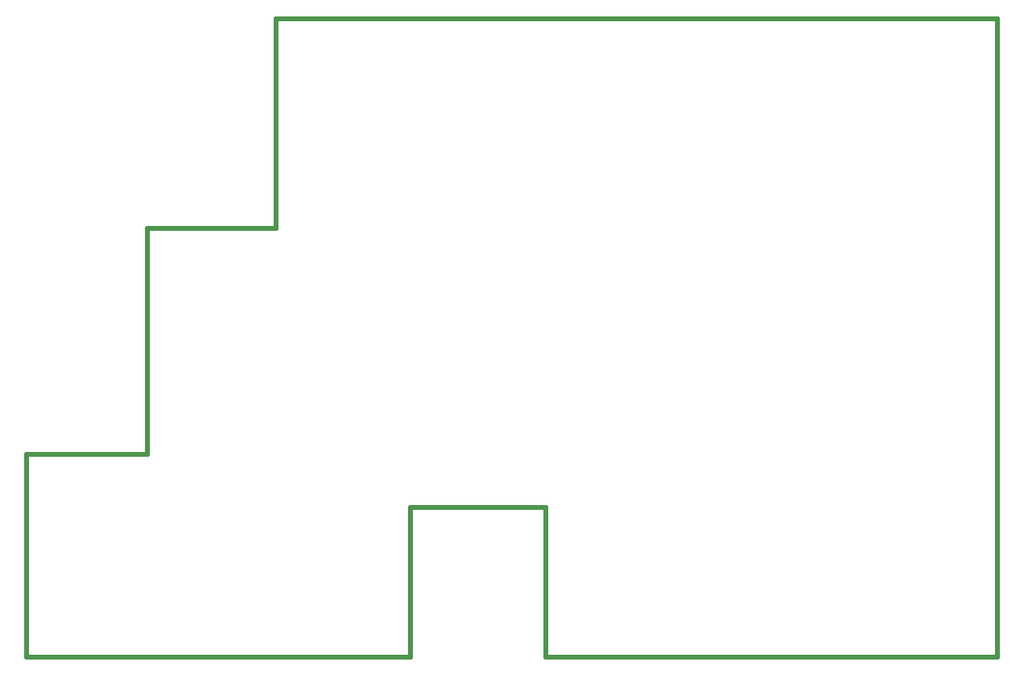
<source format=gbr>
G04 (created by PCBNEW-RS274X (2012-01-19 BZR 3256)-stable) date 14/12/2555 14:56:42*
G01*
G70*
G90*
%MOIN*%
G04 Gerber Fmt 3.4, Leading zero omitted, Abs format*
%FSLAX34Y34*%
G04 APERTURE LIST*
%ADD10C,0.006000*%
%ADD11C,0.015000*%
G04 APERTURE END LIST*
G54D10*
G54D11*
X72918Y-28196D02*
X72918Y-28208D01*
X48036Y-28196D02*
X72918Y-28196D01*
X48036Y-35440D02*
X48036Y-28196D01*
X43588Y-35440D02*
X48036Y-35440D01*
X43588Y-43235D02*
X43588Y-35440D01*
X39453Y-43235D02*
X43588Y-43235D01*
X39453Y-50243D02*
X39453Y-43235D01*
X52677Y-50243D02*
X39453Y-50243D01*
X52682Y-45086D02*
X52682Y-50244D01*
X57327Y-45086D02*
X52682Y-45086D01*
X57327Y-50243D02*
X57327Y-45086D01*
X72917Y-50243D02*
X57327Y-50243D01*
X72917Y-28195D02*
X72917Y-50243D01*
M02*

</source>
